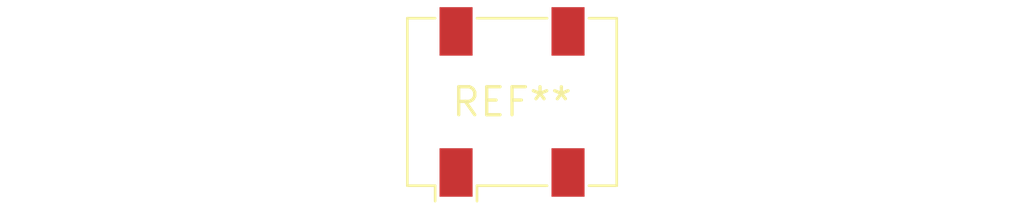
<source format=kicad_pcb>
(kicad_pcb (version 20240108) (generator pcbnew)
  (layers (0 "F.Cu" signal) (31 "B.Cu" signal) (34 "B.Paste" user) (35 "F.Paste" user) (36 "B.SilkS" user "B.Silkscreen") (37 "F.SilkS" user "F.Silkscreen") (38 "B.Mask" user) (39 "F.Mask" user) (44 "Edge.Cuts" user))
  (net 0 "")
  (footprint "Oscillator_SMD_Fordahl_DFAS3-4Pin_9.1x7.2mm" (layer "F.Cu") (at 0 0)
    (property "Reference" "REF**")
    (property "Value" "Oscillator_SMD_Fordahl_DFAS3-4Pin_9.1x7.2mm")
    (fp_line (start -4.75 -3.8) (end -3.49 -3.8) (layer "F.SilkS") (stroke (width 0.12)))
    (fp_line (start -4.75 3.8) (end -4.75 -3.8) (layer "F.SilkS") (stroke (width 0.12)))
    (fp_line (start -3.49 3.8) (end -4.75 3.8) (layer "F.SilkS") (stroke (width 0.12)))
    (fp_line (start -3.49 4.5) (end -3.49 3.8) (layer "F.SilkS") (stroke (width 0.12)))
    (fp_line (start -1.59 -3.8) (end 1.59 -3.8) (layer "F.SilkS") (stroke (width 0.12)))
    (fp_line (start -1.59 3.8) (end -1.59 4.5) (layer "F.SilkS") (stroke (width 0.12)))
    (fp_line (start 1.59 3.8) (end -1.59 3.8) (layer "F.SilkS") (stroke (width 0.12)))
    (fp_line (start 3.49 -3.8) (end 4.75 -3.8) (layer "F.SilkS") (stroke (width 0.12)))
    (fp_line (start 4.75 -3.8) (end 4.75 3.8) (layer "F.SilkS") (stroke (width 0.12)))
    (fp_line (start 4.75 3.8) (end 3.49 3.8) (layer "F.SilkS") (stroke (width 0.12)))
    (pad "1" smd rect (at -2.54 3.2) (size 1.5 2.2) (layers "F.Cu" "F.Paste" "F.Mask"))
    (pad "2" smd rect (at 2.54 3.2) (size 1.5 2.2) (layers "F.Cu" "F.Paste" "F.Mask"))
    (pad "3" smd rect (at 2.54 -3.2) (size 1.5 2.2) (layers "F.Cu" "F.Paste" "F.Mask"))
    (pad "4" smd rect (at -2.54 -3.2) (size 1.5 2.2) (layers "F.Cu" "F.Paste" "F.Mask"))
  )
)
</source>
